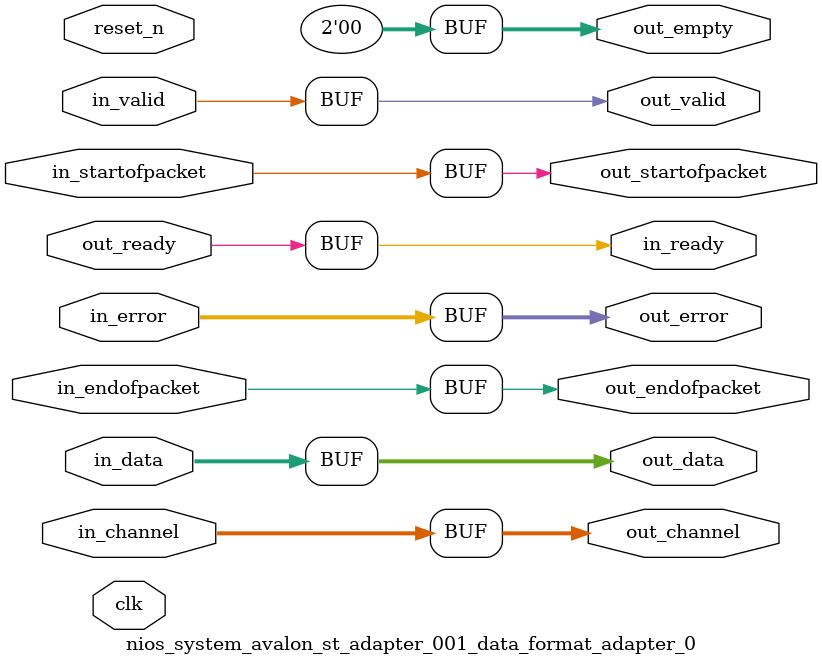
<source format=v>

`timescale 1ns / 100ps
module nios_system_avalon_st_adapter_001_data_format_adapter_0 (
    
      // Interface: clk
      input              clk,
      // Interface: reset
      input              reset_n,
      // Interface: in
      output reg         in_ready,
      input              in_valid,
      input      [31: 0] in_data,
      input      [ 1: 0] in_channel,
      input      [ 5: 0] in_error,
      input              in_startofpacket,
      input              in_endofpacket,
      // Interface: out
      input              out_ready,
      output reg         out_valid,
      output reg [31: 0] out_data,
      output reg [ 1: 0] out_channel,
      output reg [ 5: 0] out_error,
      output reg         out_startofpacket,
      output reg         out_endofpacket,
      output reg [ 1: 0] out_empty
);



   always @* begin
      in_ready = out_ready;
      out_valid = in_valid;
      out_data = in_data;
      out_channel = in_channel;
      out_error = in_error;
      out_startofpacket = in_startofpacket;
      out_endofpacket = in_endofpacket;

      out_empty = 0;

   end

endmodule


</source>
